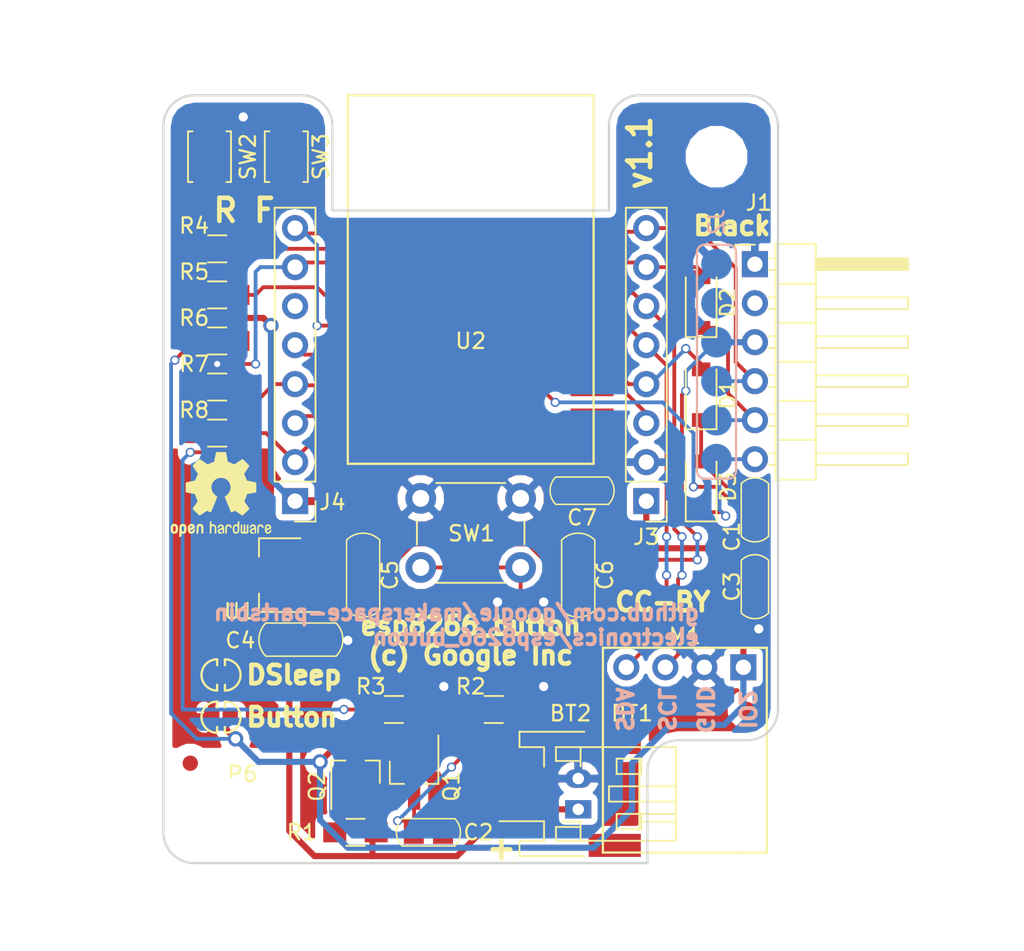
<source format=kicad_pcb>
(kicad_pcb (version 4) (host pcbnew 4.0.6-e0-6349~53~ubuntu14.04.1)
  (layers (0 F.Cu signal) (31 B.Cu signal) (34 B.Paste user) (35 F.Paste user) (36 B.SilkS user hide) (37 F.SilkS user) (38 B.Mask user) (39 F.Mask user) (44 Edge.Cuts user))
  (net 0 "")
  (net 1 GND)
  (net 2 BATTMON)
  (net 3 +3V3)
  (net 4 GPIO0)
  (net 5 CH_PD)
  (net 6 /Vbat)
  (net 7 ~POWERON)
  (net 8 "Net-(Q1-Pad1)")
  (net 9 /GPIO2)
  (net 10 /GPIO4)
  (net 11 /GPIO5)
  (net 12 /GPIO15)
  (net 13 /GPIO13)
  (net 14 GPIO12)
  (net 15 /GPIO14)
  (net 16 /ADC)
  (net 17 PWRIN)
  (net 18 RXD)
  (net 19 TXD)
  (net 20 /RESET)
  (net 21 "Net-(C1-Pad1)")
  (net 22 "Net-(D2-Pad1)")
  (net 23 "Net-(D3-Pad1)")
  (module Diodes_SMD:D_SOD-123 (layer F.Cu) (at 169.305 97.59 90)
    (fp_text reference D1 (at 0 1.75 90) (layer F.SilkS))
    (fp_text value B5819W)
    (pad 1 smd rect (at -1.65 0 90) (size 0.9 1.2) (layers F.Cu F.Paste F.Mask) (net 21 "Net-(C1-Pad1)"))
    (pad 2 smd rect (at 1.65 0 90) (size 0.9 1.2) (layers F.Cu F.Paste F.Mask) (net 4 GPIO0))
  )
  (module Pin_Headers:Pin_Header_Angled_1x06_Pitch2.54mm (layer F.Cu) (at 172.805 89.09)
    (fp_text reference J1 (at 0.25 -4) (layer F.SilkS))
    (fp_text value CONN_01X06)
    (pad 1 thru_hole rect (at 0 0) (size 1.7 1.7) (drill 1) (layers *.Cu *.Mask) (net 1 GND))
    (pad 2 thru_hole oval (at 0 2.54) (size 1.7 1.7) (drill 1) (layers *.Cu *.Mask))
    (pad 3 thru_hole oval (at 0 5.08) (size 1.7 1.7) (drill 1) (layers *.Cu *.Mask) (net 17 PWRIN))
    (pad 4 thru_hole oval (at 0 7.62) (size 1.7 1.7) (drill 1) (layers *.Cu *.Mask) (net 19 TXD))
    (pad 5 thru_hole oval (at 0 10.16) (size 1.7 1.7) (drill 1) (layers *.Cu *.Mask) (net 22 "Net-(D2-Pad1)"))
    (pad 6 thru_hole oval (at 0 12.7) (size 1.7 1.7) (drill 1) (layers *.Cu *.Mask) (net 23 "Net-(D3-Pad1)"))
  )
  (module Breakout_Modules:BMxx80 (layer F.Cu) (at 172.055 115.34)
    (fp_text reference M1 (at -3.81 -2.032) (layer F.SilkS))
    (fp_text value BMP180_Breakout)
    (pad 1 thru_hole rect (at 0 0) (size 1.7 1.7) (drill 1) (layers *.Cu *.Mask) (net 2 BATTMON))
    (pad 2 thru_hole circle (at -2.54 0) (size 1.7 1.7) (drill 1) (layers *.Cu *.Mask) (net 1 GND))
    (pad 3 thru_hole circle (at -5.08 0) (size 1.7 1.7) (drill 1) (layers *.Cu *.Mask) (net 11 /GPIO5))
    (pad 4 thru_hole circle (at -7.62 0) (size 1.7 1.7) (drill 1) (layers *.Cu *.Mask) (net 10 /GPIO4))
  )
  (module ESP8266:ESP-12E (layer F.Cu) (at 154.305 94.09)
    (fp_text reference U2 (at 0 0) (layer F.SilkS))
    (fp_text value ESP-12)
    (pad 1 smd rect (at -7.9 -7) (size 2.8 1.2) (layers F.Cu F.Paste F.Mask) (net 20 /RESET))
    (pad 2 smd rect (at -7.9 -5) (size 2.8 1.2) (layers F.Cu F.Paste F.Mask) (net 16 /ADC))
    (pad 3 smd rect (at -7.9 -3) (size 2.8 1.2) (layers F.Cu F.Paste F.Mask) (net 5 CH_PD))
    (pad 4 smd rect (at -7.9 -1) (size 2.8 1.2) (layers F.Cu F.Paste F.Mask) (net 20 /RESET))
    (pad 5 smd rect (at -7.9 1) (size 2.8 1.2) (layers F.Cu F.Paste F.Mask) (net 15 /GPIO14))
    (pad 6 smd rect (at -7.9 3) (size 2.8 1.2) (layers F.Cu F.Paste F.Mask) (net 14 GPIO12))
    (pad 7 smd rect (at -7.9 5) (size 2.8 1.2) (layers F.Cu F.Paste F.Mask) (net 13 /GPIO13))
    (pad 8 smd rect (at -7.9 7) (size 2.8 1.2) (layers F.Cu F.Paste F.Mask) (net 3 +3V3))
    (pad 9 smd rect (at 7.9 7) (size 2.8 1.2) (layers F.Cu F.Paste F.Mask) (net 1 GND))
    (pad 10 smd rect (at 7.9 5) (size 2.8 1.2) (layers F.Cu F.Paste F.Mask) (net 12 /GPIO15))
    (pad 11 smd rect (at 7.9 3) (size 2.8 1.2) (layers F.Cu F.Paste F.Mask) (net 9 /GPIO2))
    (pad 12 smd rect (at 7.9 1) (size 2.8 1.2) (layers F.Cu F.Paste F.Mask) (net 4 GPIO0))
    (pad 13 smd rect (at 7.9 -1) (size 2.8 1.2) (layers F.Cu F.Paste F.Mask) (net 10 /GPIO4))
    (pad 14 smd rect (at 7.9 -3) (size 2.8 1.2) (layers F.Cu F.Paste F.Mask) (net 11 /GPIO5))
    (pad 15 smd rect (at 7.9 -5) (size 2.8 1.2) (layers F.Cu F.Paste F.Mask) (net 18 RXD))
    (pad 16 smd rect (at 7.9 -7) (size 2.8 1.2) (layers F.Cu F.Paste F.Mask) (net 19 TXD))
  )
  (module Pin_Headers:Pin_Header_Straight_1x08_Pitch2.54mm (layer F.Cu) (at 165.735 104.521 180)
    (fp_text reference J3 (at 0 -2.33 180) (layer F.SilkS))
    (fp_text value CONN_01X08 hide)
    (pad 1 thru_hole rect (at 0 0 180) (size 1.7 1.7) (drill 1) (layers *.Cu *.Mask) (net 2 BATTMON))
    (pad 2 thru_hole oval (at 0 2.54 180) (size 1.7 1.7) (drill 1) (layers *.Cu *.Mask) (net 1 GND))
    (pad 3 thru_hole oval (at 0 5.08 180) (size 1.7 1.7) (drill 1) (layers *.Cu *.Mask) (net 9 /GPIO2))
    (pad 4 thru_hole oval (at 0 7.62 180) (size 1.7 1.7) (drill 1) (layers *.Cu *.Mask) (net 4 GPIO0))
    (pad 5 thru_hole oval (at 0 10.16 180) (size 1.7 1.7) (drill 1) (layers *.Cu *.Mask) (net 10 /GPIO4))
    (pad 6 thru_hole oval (at 0 12.7 180) (size 1.7 1.7) (drill 1) (layers *.Cu *.Mask) (net 11 /GPIO5))
    (pad 7 thru_hole oval (at 0 15.24 180) (size 1.7 1.7) (drill 1) (layers *.Cu *.Mask) (net 18 RXD))
    (pad 8 thru_hole oval (at 0 17.78 180) (size 1.7 1.7) (drill 1) (layers *.Cu *.Mask) (net 19 TXD))
  )
  (module TO_SOT_Packages_SMD:SOT-23_Handsoldering (layer F.Cu) (at 146.812 122.174 90)
    (fp_text reference Q2 (at -0.916 -2.507 90) (layer F.SilkS))
    (fp_text value Q_PMOS_GSD)
    (pad 1 smd rect (at -1.5 -0.95 90) (size 1.9 0.8) (layers F.Cu F.Paste F.Mask) (net 7 ~POWERON))
    (pad 2 smd rect (at -1.5 0.95 90) (size 1.9 0.8) (layers F.Cu F.Paste F.Mask) (net 6 /Vbat))
    (pad 3 smd rect (at 1.5 0 90) (size 1.9 0.8) (layers F.Cu F.Paste F.Mask) (net 2 BATTMON))
  )
  (module TO_SOT_Packages_SMD:SOT-23_Handsoldering (layer F.Cu) (at 150.622 122.174 270)
    (fp_text reference Q1 (at 0.916 -2.433 270) (layer F.SilkS))
    (fp_text value Q_NMOS_GSD)
    (pad 1 smd rect (at -1.5 -0.95 270) (size 1.9 0.8) (layers F.Cu F.Paste F.Mask) (net 8 "Net-(Q1-Pad1)"))
    (pad 2 smd rect (at -1.5 0.95 270) (size 1.9 0.8) (layers F.Cu F.Paste F.Mask) (net 1 GND))
    (pad 3 smd rect (at 1.5 0 270) (size 1.9 0.8) (layers F.Cu F.Paste F.Mask) (net 7 ~POWERON))
  )
  (module TO_SOT_Packages_SMD:SOT-89-3_Handsoldering (layer F.Cu) (at 142.305 109.34 180)
    (fp_text reference U1 (at 3.058 -2.362 180) (layer F.SilkS))
    (fp_text value MCP1703A-3302/MB)
    (pad 1 smd rect (at -1.98 -1.5 90) (size 1 2.5) (layers F.Cu F.Paste F.Mask) (net 1 GND))
    (pad 2 smd rect (at -1.98 0 90) (size 1 2.5) (layers F.Cu F.Paste F.Mask) (net 17 PWRIN))
    (pad 3 smd rect (at -1.98 1.5 90) (size 1 2.5) (layers F.Cu F.Paste F.Mask) (net 3 +3V3))
    (pad 2 smd rect (at 1.98 0 90) (size 2 4) (layers F.Cu F.Paste F.Mask) (net 17 PWRIN))
    (pad 2 smd trapezoid (at -0.37 0 270) (size 1.5 0.75) (rect_delta 0 0.5) (layers F.Cu F.Paste F.Mask) (net 17 PWRIN))
  )
  (module Connectors_JST:JST_PH_S2B-PH-SM4-TB_02x2.00mm_Angled (layer F.Cu) (at 160.805 123.59 90)
    (fp_text reference BT2 (at 5.25 0 180) (layer F.SilkS))
    (fp_text value Battery_Cell)
    (pad 1 smd rect (at -1 -2.875 90) (size 1 3.5) (layers F.Cu F.Paste F.Mask) (net 6 /Vbat))
    (pad 2 smd rect (at 1 -2.875 90) (size 1 3.5) (layers F.Cu F.Paste F.Mask) (net 1 GND))
    (pad "" smd rect (at -3.35 2.875 90) (size 1.5 3.4) (layers F.Cu F.Paste F.Mask))
    (pad "" smd rect (at 3.35 2.875 90) (size 1.5 3.4) (layers F.Cu F.Paste F.Mask))
  )
  (module Buttons_Switches_THT:SW_PUSH_6mm (layer F.Cu) (at 151.055 104.34)
    (fp_text reference SW1 (at 3.302 2.286) (layer F.SilkS))
    (fp_text value SW_Push hide)
    (pad 2 thru_hole circle (at 0 4.5 90) (size 2 2) (drill 1.1) (layers *.Cu *.Mask) (net 7 ~POWERON))
    (pad 1 thru_hole circle (at 0 0 90) (size 2 2) (drill 1.1) (layers *.Cu *.Mask) (net 1 GND))
    (pad 2 thru_hole circle (at 6.5 4.5 90) (size 2 2) (drill 1.1) (layers *.Cu *.Mask) (net 7 ~POWERON))
    (pad 1 thru_hole circle (at 6.5 0 90) (size 2 2) (drill 1.1) (layers *.Cu *.Mask) (net 1 GND))
  )
  (module Symbols:OSHW-Logo2_7.3x6mm_SilkScreen (layer F.Cu) (at 138.055 104.09)
    (fp_text reference P1 hide)
    (fp_text value OSHW hide)
  )
  (module SolderJumpers:SJ_1_NO (layer F.Cu) (at 138.055 115.84 180)
    (fp_text reference JP1 hide)
    (fp_text value "Always On")
    (pad 1 smd rect (at -0.6 0 180) (size 1 1) (layers F.Cu F.Mask) (net 6 /Vbat))
    (pad 2 smd rect (at 0.6 0 180) (size 1 1) (layers F.Cu F.Mask) (net 17 PWRIN))
  )
  (module Pin_Headers:Pin_Header_Straight_1x08_Pitch2.54mm (layer F.Cu) (at 142.875 104.521 180)
    (fp_text reference J4 (at -2.43 -0.069 180) (layer F.SilkS))
    (fp_text value CONN_01X08 hide)
    (pad 1 thru_hole rect (at 0 0 180) (size 1.7 1.7) (drill 1) (layers *.Cu *.Mask) (net 3 +3V3))
    (pad 2 thru_hole oval (at 0 2.54 180) (size 1.7 1.7) (drill 1) (layers *.Cu *.Mask) (net 12 /GPIO15))
    (pad 3 thru_hole oval (at 0 5.08 180) (size 1.7 1.7) (drill 1) (layers *.Cu *.Mask) (net 13 /GPIO13))
    (pad 4 thru_hole oval (at 0 7.62 180) (size 1.7 1.7) (drill 1) (layers *.Cu *.Mask) (net 14 GPIO12))
    (pad 5 thru_hole oval (at 0 10.16 180) (size 1.7 1.7) (drill 1) (layers *.Cu *.Mask) (net 15 /GPIO14))
    (pad 6 thru_hole oval (at 0 12.7 180) (size 1.7 1.7) (drill 1) (layers *.Cu *.Mask))
    (pad 7 thru_hole oval (at 0 15.24 180) (size 1.7 1.7) (drill 1) (layers *.Cu *.Mask) (net 16 /ADC))
    (pad 8 thru_hole oval (at 0 17.78 180) (size 1.7 1.7) (drill 1) (layers *.Cu *.Mask) (net 20 /RESET))
  )
  (module Diodes_SMD:D_SOD-123 (layer F.Cu) (at 169.305 91.59 90)
    (fp_text reference D2 (at 0 1.75 90) (layer F.SilkS))
    (fp_text value B5819W)
    (pad 1 smd rect (at -1.65 0 90) (size 0.9 1.2) (layers F.Cu F.Paste F.Mask) (net 22 "Net-(D2-Pad1)"))
    (pad 2 smd rect (at 1.65 0 90) (size 0.9 1.2) (layers F.Cu F.Paste F.Mask) (net 18 RXD))
  )
  (module Diodes_SMD:D_SOD-123 (layer F.Cu) (at 169.305 103.59 90)
    (fp_text reference D3 (at 0 1.75 90) (layer F.SilkS))
    (fp_text value B5819W)
    (pad 1 smd rect (at -1.65 0 90) (size 0.9 1.2) (layers F.Cu F.Paste F.Mask) (net 23 "Net-(D3-Pad1)"))
    (pad 2 smd rect (at 1.65 0 90) (size 0.9 1.2) (layers F.Cu F.Paste F.Mask) (net 21 "Net-(C1-Pad1)"))
  )
  (module SolderJumpers:SJ_1_NO (layer F.Cu) (at 138.055 118.59 180)
    (fp_text reference JP2 hide)
    (fp_text value "MOS Control")
    (pad 1 smd rect (at -0.6 0 180) (size 1 1) (layers F.Cu F.Mask) (net 2 BATTMON))
    (pad 2 smd rect (at 0.6 0 180) (size 1 1) (layers F.Cu F.Mask) (net 17 PWRIN))
  )
  (module Mounting_Holes:MountingHole_3.2mm_M3 (layer F.Cu) (at 138.305 124.09)
    (fp_text reference P2 hide)
    (fp_text value "M3 Hole")
    (pad 1 np_thru_hole circle (at 0 0) (size 3.2 3.2) (drill 3.2) (layers *.Cu *.Mask))
  )
  (module Mounting_Holes:MountingHole_3.2mm_M3 (layer F.Cu) (at 170.305 82.09)
    (fp_text reference P3 hide)
    (fp_text value "M3 Hole")
    (pad 1 np_thru_hole circle (at 0 0) (size 3.2 3.2) (drill 3.2) (layers *.Cu *.Mask))
  )
  (module Buttons_Switches_SMD:SW_SPST_B3U-1000P (layer F.Cu) (at 142.305 82.09 270)
    (fp_text reference SW3 (at 0 -2.25 270) (layer F.SilkS))
    (fp_text value SW_Push)
    (pad 1 smd rect (at -1.7 0 270) (size 0.9 1.7) (layers F.Cu F.Paste F.Mask) (net 1 GND))
    (pad 2 smd rect (at 1.7 0 270) (size 0.9 1.7) (layers F.Cu F.Paste F.Mask) (net 4 GPIO0))
  )
  (module Buttons_Switches_SMD:SW_SPST_B3U-1000P (layer F.Cu) (at 137.305 82.09 270)
    (fp_text reference SW2 (at 0 -2.5 270) (layer F.SilkS))
    (fp_text value SW_Push)
    (pad 1 smd rect (at -1.7 0 270) (size 0.9 1.7) (layers F.Cu F.Paste F.Mask) (net 1 GND))
    (pad 2 smd rect (at 1.7 0 270) (size 0.9 1.7) (layers F.Cu F.Paste F.Mask) (net 5 CH_PD))
  )
  (module Connectors_JST:JST_PH_S2B-PH-K_02x2.00mm_Angled (layer F.Cu) (at 161.305 124.59 90)
    (fp_text reference BT1 (at 6.25 3.5 180) (layer F.SilkS))
    (fp_text value Battery_Cell)
    (pad 1 thru_hole rect (at 0 0 90) (size 1.2 1.7) (drill 0.75) (layers *.Cu *.Mask) (net 6 /Vbat))
    (pad 2 thru_hole oval (at 2 0 90) (size 1.2 1.7) (drill 0.75) (layers *.Cu *.Mask) (net 1 GND))
  )
  (module Resistors_SMD:R_0805_HandSoldering (layer F.Cu) (at 146.805 126.09 180)
    (fp_text reference R1 (at 3.5 0 180) (layer F.SilkS))
    (fp_text value 100k)
    (pad 1 smd rect (at -1.35 0 180) (size 1.5 1.3) (layers F.Cu F.Paste F.Mask) (net 6 /Vbat))
    (pad 2 smd rect (at 1.35 0 180) (size 1.5 1.3) (layers F.Cu F.Paste F.Mask) (net 7 ~POWERON))
  )
  (module Resistors_SMD:R_0805_HandSoldering (layer F.Cu) (at 155.805 118.09)
    (fp_text reference R2 (at -1.5 -1.5) (layer F.SilkS))
    (fp_text value 220k)
    (pad 1 smd rect (at -1.35 0) (size 1.5 1.3) (layers F.Cu F.Paste F.Mask) (net 8 "Net-(Q1-Pad1)"))
    (pad 2 smd rect (at 1.35 0) (size 1.5 1.3) (layers F.Cu F.Paste F.Mask) (net 1 GND))
  )
  (module Resistors_SMD:R_0805_HandSoldering (layer F.Cu) (at 137.805 91.09 180)
    (fp_text reference R5 (at 1.5 1.5 180) (layer F.SilkS))
    (fp_text value 10k)
    (pad 1 smd rect (at -1.35 0 180) (size 1.5 1.3) (layers F.Cu F.Paste F.Mask) (net 5 CH_PD))
    (pad 2 smd rect (at 1.35 0 180) (size 1.5 1.3) (layers F.Cu F.Paste F.Mask) (net 3 +3V3))
  )
  (module Resistors_SMD:R_0805_HandSoldering (layer F.Cu) (at 137.805 88.09 180)
    (fp_text reference R4 (at 1.5 1.5 180) (layer F.SilkS))
    (fp_text value 10k)
    (pad 1 smd rect (at -1.35 0 180) (size 1.5 1.3) (layers F.Cu F.Paste F.Mask) (net 4 GPIO0))
    (pad 2 smd rect (at 1.35 0 180) (size 1.5 1.3) (layers F.Cu F.Paste F.Mask) (net 3 +3V3))
  )
  (module Resistors_SMD:R_0805_HandSoldering (layer F.Cu) (at 137.805 100.09)
    (fp_text reference R8 (at -1.5 -1.5) (layer F.SilkS))
    (fp_text value 10k)
    (pad 1 smd rect (at -1.35 0) (size 1.5 1.3) (layers F.Cu F.Paste F.Mask) (net 1 GND))
    (pad 2 smd rect (at 1.35 0) (size 1.5 1.3) (layers F.Cu F.Paste F.Mask) (net 12 /GPIO15))
  )
  (module Resistors_SMD:R_0805_HandSoldering (layer F.Cu) (at 149.305 118.09)
    (fp_text reference R3 (at -1.5 -1.5) (layer F.SilkS))
    (fp_text value 10k)
    (pad 1 smd rect (at -1.35 0) (size 1.5 1.3) (layers F.Cu F.Paste F.Mask) (net 14 GPIO12))
    (pad 2 smd rect (at 1.35 0) (size 1.5 1.3) (layers F.Cu F.Paste F.Mask) (net 8 "Net-(Q1-Pad1)"))
  )
  (module Resistors_SMD:R_0805_HandSoldering (layer F.Cu) (at 137.805 94.09)
    (fp_text reference R6 (at -1.5 -1.5) (layer F.SilkS))
    (fp_text value 320k)
    (pad 1 smd rect (at -1.35 0) (size 1.5 1.3) (layers F.Cu F.Paste F.Mask) (net 2 BATTMON))
    (pad 2 smd rect (at 1.35 0) (size 1.5 1.3) (layers F.Cu F.Paste F.Mask) (net 16 /ADC))
  )
  (module Resistors_SMD:R_0805_HandSoldering (layer F.Cu) (at 137.805 97.09 180)
    (fp_text reference R7 (at 1.5 1.5 180) (layer F.SilkS))
    (fp_text value 100k)
    (pad 1 smd rect (at -1.35 0 180) (size 1.5 1.3) (layers F.Cu F.Paste F.Mask) (net 16 /ADC))
    (pad 2 smd rect (at 1.35 0 180) (size 1.5 1.3) (layers F.Cu F.Paste F.Mask) (net 1 GND))
  )
  (module Pogo_Pads:Pogo_6 (layer B.Cu) (at 170.305 89.09 270)
    (fp_text reference J2 (at -2.75 0 270) (layer B.SilkS) (effects (justify mirror)))
    (fp_text value CONN_01X06)
    (pad 1 smd circle (at 0 0 270) (size 2 2) (layers B.Cu B.Paste B.Mask) (net 1 GND))
    (pad 2 smd circle (at 2.54 0 270) (size 2 2) (layers B.Cu B.Paste B.Mask))
    (pad 3 smd circle (at 5.08 0 270) (size 2 2) (layers B.Cu B.Paste B.Mask) (net 17 PWRIN))
    (pad 4 smd circle (at 7.62 0 270) (size 2 2) (layers B.Cu B.Paste B.Mask) (net 19 TXD))
    (pad 5 smd circle (at 10.16 0 270) (size 2 2) (layers B.Cu B.Paste B.Mask) (net 22 "Net-(D2-Pad1)"))
    (pad 6 smd circle (at 12.7 0 270) (size 2 2) (layers B.Cu B.Paste B.Mask) (net 23 "Net-(D3-Pad1)"))
  )
  (module Capacitors_SMD_Round:C_0805 (layer F.Cu) (at 151.555 126.09)
    (fp_text reference C2 (at 3.25 0) (layer F.SilkS))
    (fp_text value 220p)
    (pad 1 smd rect (at -0.95 0) (size 1.3 1.5) (layers F.Cu F.Paste F.Mask) (net 7 ~POWERON))
    (pad 2 smd rect (at 0.95 0) (size 1.3 1.5) (layers F.Cu F.Paste F.Mask) (net 1 GND))
  )
  (module Capacitors_SMD_Round:C_0805 (layer F.Cu) (at 172.805 105.09 270)
    (fp_text reference C1 (at 1.75 1.5 270) (layer F.SilkS))
    (fp_text value 220p)
    (pad 1 smd rect (at -0.95 0 270) (size 1.3 1.5) (layers F.Cu F.Paste F.Mask) (net 21 "Net-(C1-Pad1)"))
    (pad 2 smd rect (at 0.95 0 270) (size 1.3 1.5) (layers F.Cu F.Paste F.Mask) (net 5 CH_PD))
  )
  (module Capacitors_SMD_Round:C_0805 (layer F.Cu) (at 172.805 110.09 90)
    (fp_text reference C3 (at 0 -1.5 90) (layer F.SilkS))
    (fp_text value 220p)
    (pad 1 smd rect (at -0.95 0 90) (size 1.3 1.5) (layers F.Cu F.Paste F.Mask) (net 1 GND))
    (pad 2 smd rect (at 0.95 0 90) (size 1.3 1.5) (layers F.Cu F.Paste F.Mask) (net 5 CH_PD))
  )
  (module Capacitors_SMD_Round:C_0805 (layer F.Cu) (at 161.555 103.84)
    (fp_text reference C7 (at 0 1.75) (layer F.SilkS))
    (fp_text value 220p)
    (pad 1 smd rect (at -0.95 0) (size 1.3 1.5) (layers F.Cu F.Paste F.Mask) (net 3 +3V3))
    (pad 2 smd rect (at 0.95 0) (size 1.3 1.5) (layers F.Cu F.Paste F.Mask) (net 1 GND))
  )
  (module Capacitors_SMD_Round:C_1206 (layer F.Cu) (at 161.305 109.34 270)
    (fp_text reference C6 (at 0 -1.75 270) (layer F.SilkS))
    (fp_text value 10u)
    (pad 1 smd rect (at -1.4 0 270) (size 1.6 1.8) (layers F.Cu F.Paste F.Mask) (net 3 +3V3))
    (pad 2 smd rect (at 1.4 0 270) (size 1.6 1.8) (layers F.Cu F.Paste F.Mask) (net 1 GND))
  )
  (module Capacitors_SMD_Round:C_1206 (layer F.Cu) (at 147.305 109.34 270)
    (fp_text reference C5 (at 0 -1.75 270) (layer F.SilkS))
    (fp_text value 10u)
    (pad 1 smd rect (at -1.4 0 270) (size 1.6 1.8) (layers F.Cu F.Paste F.Mask) (net 3 +3V3))
    (pad 2 smd rect (at 1.4 0 270) (size 1.6 1.8) (layers F.Cu F.Paste F.Mask) (net 1 GND))
  )
  (module Capacitors_SMD_Round:C_1206 (layer F.Cu) (at 143.256 113.538)
    (fp_text reference C4 (at -3.951 0.052) (layer F.SilkS))
    (fp_text value 10u)
    (pad 1 smd rect (at -1.4 0) (size 1.6 1.8) (layers F.Cu F.Paste F.Mask) (net 17 PWRIN))
    (pad 2 smd rect (at 1.4 0) (size 1.6 1.8) (layers F.Cu F.Paste F.Mask) (net 1 GND))
  )
  (module Fiducials:Fiducial_1mm_Dia_2.54mm_Outer_CopperTop (layer F.Cu) (at 154.305 87.34)
    (fp_text reference P4 hide)
    (fp_text value Fid)
    (pad ~ smd circle (at 0 0) (size 1 1) (layers F.Cu F.Mask) (clearance 0.77))
  )
  (module Fiducials:Fiducial_1mm_Dia_2.54mm_Outer_CopperTop (layer F.Cu) (at 172.305 118.09)
    (fp_text reference P5 hide)
    (fp_text value Fid)
    (pad ~ smd circle (at 0 0) (size 1 1) (layers F.Cu F.Mask) (clearance 0.77))
  )
  (module Fiducials:Fiducial_1mm_Dia_2.54mm_Outer_CopperTop (layer F.Cu) (at 136.055 121.59)
    (fp_text reference P6 (at 3.4 0.7) (layer F.SilkS))
    (fp_text value Fid)
    (pad ~ smd circle (at 0 0) (size 1 1) (layers F.Cu F.Mask) (clearance 0.77))
  )
  (gr_text + (at 156.305 127.09) (layer F.SilkS) (effects (font (size 1.5 1.5) (thickness 0.3))))
  (gr_text Black (at 171.305 86.59) (layer F.SilkS) (effects (font (size 1.2 1.2) (thickness 0.3))))
  (gr_text CC-BY (at 166.805 111.09) (layer F.SilkS) (effects (font (size 1.2 1.2) (thickness 0.3))))
  (gr_text v1.1 (at 165.305 81.84 90) (layer F.SilkS) (effects (font (size 1.5 1.5) (thickness 0.3))))
  (gr_line (start 165.805 128.09) (end 163.305 128.09) (angle 90) (layer Edge.Cuts) (width 0.15))
  (gr_line (start 165.805 122.09) (end 165.805 128.09) (angle 90) (layer Edge.Cuts) (width 0.15))
  (gr_line (start 167.805 120.09) (end 172.305 120.09) (angle 90) (layer Edge.Cuts) (width 0.15))
  (gr_arc (start 167.805 122.09) (end 165.805 122.09) (angle 90) (layer Edge.Cuts) (width 0.15))
  (gr_text DSleep (at 139.555 115.84) (layer F.SilkS) (effects (font (size 1.2 1.2) (thickness 0.3)) (justify left)))
  (gr_text Button (at 139.555 118.59) (layer F.SilkS) (effects (font (size 1.2 1.2) (thickness 0.3)) (justify left)))
  (gr_text SDA (at 164.305 118.09 270) (layer B.SilkS) (effects (font (size 1 1) (thickness 0.25)) (justify mirror)))
  (gr_text SCL (at 167.055 118.09 270) (layer B.SilkS) (effects (font (size 1 1) (thickness 0.25)) (justify mirror)))
  (gr_text GND (at 169.555 118.09 270) (layer B.SilkS) (effects (font (size 1 1) (thickness 0.25)) (justify mirror)))
  (gr_text IO2 (at 172.305 118.09 270) (layer B.SilkS) (effects (font (size 1 1) (thickness 0.25)) (justify mirror)))
  (gr_line (start 174.305 118.09) (end 174.305 80.09) (angle 90) (layer Edge.Cuts) (width 0.15))
  (gr_line (start 136.305 128.09) (end 163.305 128.09) (angle 90) (layer Edge.Cuts) (width 0.15))
  (gr_line (start 134.305 80.09) (end 134.305 126.09) (angle 90) (layer Edge.Cuts) (width 0.15))
  (gr_line (start 143.305 78.09) (end 136.305 78.09) (angle 90) (layer Edge.Cuts) (width 0.15))
  (gr_line (start 172.305 78.09) (end 165.305 78.09) (angle 90) (layer Edge.Cuts) (width 0.15))
  (gr_line (start 145.305 85.59) (end 145.305 80.09) (angle 90) (layer Edge.Cuts) (width 0.15))
  (gr_line (start 163.305 85.59) (end 145.305 85.59) (angle 90) (layer Edge.Cuts) (width 0.15))
  (gr_line (start 163.305 80.09) (end 163.305 85.59) (angle 90) (layer Edge.Cuts) (width 0.15))
  (gr_arc (start 165.305 80.09) (end 163.305 80.09) (angle 90) (layer Edge.Cuts) (width 0.15))
  (gr_arc (start 143.305 80.09) (end 143.305 78.09) (angle 90) (layer Edge.Cuts) (width 0.15))
  (gr_arc (start 172.305 118.09) (end 174.305 118.09) (angle 90) (layer Edge.Cuts) (width 0.15))
  (gr_arc (start 136.305 126.09) (end 136.305 128.09) (angle 90) (layer Edge.Cuts) (width 0.15))
  (gr_arc (start 136.305 80.09) (end 134.305 80.09) (angle 90) (layer Edge.Cuts) (width 0.15))
  (gr_arc (start 172.305 80.09) (end 172.305 78.09) (angle 90) (layer Edge.Cuts) (width 0.15))
  (gr_text "github.com/google/makerspace-partsbin\nelectronics/esp8266_button" (at 169.305 112.59) (layer B.SilkS) (effects (font (size 1 1) (thickness 0.25)) (justify left mirror)))
  (gr_text "esp8266_button\n(c) Google Inc" (at 154.305 113.59) (layer F.SilkS) (effects (font (size 1.2 1.2) (thickness 0.3))))
  (gr_text "R F" (at 139.555 85.59) (layer F.SilkS) (effects (font (size 1.5 1.5) (thickness 0.3))))
  (segment (start 144.285 110.84) (end 144.555 110.84) (width 0.4) (layer F.Cu) (net 1))
  (segment (start 144.555 110.84) (end 146.305 112.59) (width 0.4) (layer F.Cu) (net 1))
  (segment (start 146.305 112.59) (end 146.305 113.59) (width 0.4) (layer F.Cu) (net 1))
  (segment (start 161.305 110.49) (end 159.655 110.49) (width 0.4) (layer F.Cu) (net 1))
  (segment (start 159.655 110.49) (end 159.055 111.09) (width 0.4) (layer F.Cu) (net 1))
  (segment (start 136.455 97.09) (end 136.455 96.94) (width 0.25) (layer F.Cu) (net 1))
  (segment (start 136.455 96.94) (end 137.805 95.59) (width 0.25) (layer F.Cu) (net 1))
  (via (at 137.805 95.59) (size 0.6) (drill 0.4) (layers F.Cu B.Cu) (net 1))
  (segment (start 136.455 96.84) (end 136.455 100.09) (width 0.25) (layer F.Cu) (net 1))
  (segment (start 146.305 113.59) (end 149.555 113.59) (width 0.4) (layer F.Cu) (net 1))
  (segment (start 146.253 113.538) (end 146.305 113.59) (width 0.4) (layer F.Cu) (net 1))
  (via (at 146.305 113.59) (size 1) (drill 0.6) (layers F.Cu B.Cu) (net 1))
  (segment (start 144.756 113.538) (end 146.253 113.538) (width 0.4) (layer F.Cu) (net 1))
  (segment (start 159.055 116.59) (end 159.805 116.59) (width 0.4) (layer F.Cu) (net 1))
  (via (at 159.055 116.59) (size 1) (drill 0.6) (layers F.Cu B.Cu) (net 1))
  (segment (start 152.555 116.59) (end 159.055 116.59) (width 0.4) (layer B.Cu) (net 1))
  (via (at 152.555 116.59) (size 1) (drill 0.6) (layers F.Cu B.Cu) (net 1))
  (segment (start 149.555 113.59) (end 152.555 116.59) (width 0.4) (layer F.Cu) (net 1))
  (segment (start 156.055 111.09) (end 155.305 111.09) (width 0.4) (layer F.Cu) (net 1))
  (via (at 156.055 111.09) (size 1) (drill 0.6) (layers F.Cu B.Cu) (net 1))
  (segment (start 159.055 111.09) (end 156.055 111.09) (width 0.4) (layer B.Cu) (net 1))
  (via (at 159.055 111.09) (size 1) (drill 0.6) (layers F.Cu B.Cu) (net 1))
  (segment (start 162.555 103.84) (end 162.555 101.44) (width 0.4) (layer F.Cu) (net 1))
  (segment (start 162.555 101.44) (end 162.205 101.09) (width 0.4) (layer F.Cu) (net 1))
  (segment (start 172.805 111.09) (end 172.805 112.59) (width 0.4) (layer F.Cu) (net 1))
  (via (at 173.055 112.84) (size 1) (drill 0.6) (layers F.Cu B.Cu) (net 1))
  (segment (start 172.805 112.59) (end 173.055 112.84) (width 0.4) (layer F.Cu) (net 1))
  (segment (start 136.455 100.09) (end 136.455 99.69) (width 0.25) (layer F.Cu) (net 1))
  (segment (start 152.25 126) (end 152.25 122.825) (width 0.25) (layer F.Cu) (net 1))
  (segment (start 152.305 122.84) (end 152.305 122.825) (width 0.25) (layer F.Cu) (net 1))
  (segment (start 152.265 122.84) (end 152.305 122.84) (width 0.25) (layer F.Cu) (net 1))
  (segment (start 152.25 122.825) (end 152.265 122.84) (width 0.25) (layer F.Cu) (net 1))
  (segment (start 157.93 122.59) (end 157.93 118.865) (width 0.25) (layer F.Cu) (net 1))
  (segment (start 157.93 118.865) (end 157.155 118.09) (width 0.25) (layer F.Cu) (net 1))
  (segment (start 157.155 118.09) (end 157.155 118.435) (width 0.25) (layer F.Cu) (net 1))
  (segment (start 157.93 122.59) (end 161.305 122.59) (width 0.4) (layer F.Cu) (net 1))
  (segment (start 140 80.39) (end 140 80) (width 0.4) (layer F.Cu) (net 1))
  (via (at 139.5 79.5) (size 1) (drill 0.6) (layers F.Cu B.Cu) (net 1))
  (segment (start 140 80) (end 139.5 79.5) (width 0.4) (layer F.Cu) (net 1))
  (segment (start 137.305 80.39) (end 140 80.39) (width 0.4) (layer F.Cu) (net 1))
  (segment (start 140 80.39) (end 142.305 80.39) (width 0.4) (layer F.Cu) (net 1))
  (segment (start 158.305 122.84) (end 155.255 122.84) (width 0.4) (layer F.Cu) (net 1))
  (segment (start 155.255 122.84) (end 155.24 122.825) (width 0.4) (layer F.Cu) (net 1))
  (segment (start 144.756 113.538) (end 144.756 112.649) (width 0.25) (layer F.Cu) (net 1))
  (segment (start 144.756 112.649) (end 144.78 112.649) (width 0.25) (layer F.Cu) (net 1))
  (segment (start 162.205 100.98) (end 163.337 100.98) (width 0.4) (layer F.Cu) (net 1))
  (segment (start 163.337 100.98) (end 164.338 101.981) (width 0.4) (layer F.Cu) (net 1))
  (segment (start 164.338 101.981) (end 165.735 101.981) (width 0.4) (layer F.Cu) (net 1))
  (segment (start 149.672 120.674) (end 149.672 120.716) (width 0.4) (layer F.Cu) (net 1))
  (segment (start 149.672 120.716) (end 151.781 122.825) (width 0.4) (layer F.Cu) (net 1))
  (segment (start 151.781 122.825) (end 152.305 122.825) (width 0.4) (layer F.Cu) (net 1))
  (segment (start 152.305 122.825) (end 155.24 122.825) (width 0.4) (layer F.Cu) (net 1))
  (segment (start 144.093 111.228) (end 144.093 112.089) (width 0.4) (layer F.Cu) (net 1))
  (segment (start 144.653 112.649) (end 144.78 112.649) (width 0.4) (layer F.Cu) (net 1))
  (segment (start 144.093 112.089) (end 144.653 112.649) (width 0.4) (layer F.Cu) (net 1))
  (segment (start 149.672 120.674) (end 149.419 120.674) (width 0.4) (layer F.Cu) (net 1))
  (segment (start 139 120) (end 136.465 120) (width 0.25) (layer B.Cu) (net 2))
  (segment (start 135.055 95.34) (end 136.305 94.09) (width 0.25) (layer F.Cu) (net 2))
  (via (at 135.055 95.34) (size 0.6) (drill 0.4) (layers F.Cu B.Cu) (net 2))
  (segment (start 134.805 95.59) (end 135.055 95.34) (width 0.25) (layer B.Cu) (net 2))
  (segment (start 134.805 118.34) (end 134.805 95.59) (width 0.25) (layer B.Cu) (net 2))
  (segment (start 136.465 120) (end 134.805 118.34) (width 0.25) (layer B.Cu) (net 2))
  (segment (start 136.305 94.09) (end 136.455 94.09) (width 0.25) (layer F.Cu) (net 2))
  (segment (start 136.455 94.09) (end 136.455 94.24) (width 0.4) (layer F.Cu) (net 2))
  (segment (start 165.735 104.521) (end 165.735 107.02) (width 0.4) (layer F.Cu) (net 2))
  (segment (start 171.305 109.09) (end 171.305 112.29) (width 0.4) (layer F.Cu) (net 2))
  (segment (start 169.805 107.59) (end 171.305 109.09) (width 0.4) (layer F.Cu) (net 2))
  (segment (start 166.305 107.59) (end 169.805 107.59) (width 0.4) (layer F.Cu) (net 2))
  (segment (start 165.735 107.02) (end 166.305 107.59) (width 0.4) (layer F.Cu) (net 2))
  (segment (start 144.5 121.5) (end 144.5 125.285) (width 0.4) (layer B.Cu) (net 2))
  (segment (start 172.055 117.84) (end 172.055 115.34) (width 0.4) (layer B.Cu) (net 2))
  (segment (start 170.805 119.09) (end 172.055 117.84) (width 0.4) (layer B.Cu) (net 2))
  (segment (start 167.305 119.09) (end 170.805 119.09) (width 0.4) (layer B.Cu) (net 2))
  (segment (start 164.805 121.59) (end 167.305 119.09) (width 0.4) (layer B.Cu) (net 2))
  (segment (start 164.805 124.59) (end 164.805 121.59) (width 0.4) (layer B.Cu) (net 2))
  (segment (start 162.305 127.09) (end 164.805 124.59) (width 0.4) (layer B.Cu) (net 2))
  (segment (start 146.305 127.09) (end 162.305 127.09) (width 0.4) (layer B.Cu) (net 2))
  (segment (start 144.5 125.285) (end 146.305 127.09) (width 0.4) (layer B.Cu) (net 2))
  (segment (start 172.055 115.34) (end 172.055 113.04) (width 0.4) (layer F.Cu) (net 2))
  (segment (start 172.055 113.04) (end 171.305 112.29) (width 0.4) (layer F.Cu) (net 2))
  (segment (start 138.4 118.5) (end 138.4 119.4) (width 0.4) (layer F.Cu) (net 2))
  (segment (start 138.4 119.4) (end 139 120) (width 0.4) (layer F.Cu) (net 2))
  (segment (start 145.326 120.674) (end 146.812 120.674) (width 0.4) (layer F.Cu) (net 2))
  (segment (start 144.5 121.5) (end 145.326 120.674) (width 0.4) (layer F.Cu) (net 2))
  (via (at 144.5 121.5) (size 1) (drill 0.6) (layers F.Cu B.Cu) (net 2))
  (segment (start 140.5 121.5) (end 144.5 121.5) (width 0.4) (layer B.Cu) (net 2))
  (segment (start 139 120) (end 140.5 121.5) (width 0.4) (layer B.Cu) (net 2))
  (via (at 139 120) (size 1) (drill 0.6) (layers F.Cu B.Cu) (net 2))
  (segment (start 144.285 107.84) (end 146.955 107.84) (width 0.4) (layer F.Cu) (net 3))
  (segment (start 146.955 107.84) (end 147.305 108.19) (width 0.4) (layer F.Cu) (net 3))
  (segment (start 147.267 108.228) (end 147.305 108.19) (width 0.4) (layer F.Cu) (net 3))
  (segment (start 146.405 101.09) (end 146.405 103.095) (width 0.4) (layer F.Cu) (net 3))
  (segment (start 144.979 104.521) (end 142.875 104.521) (width 0.4) (layer F.Cu) (net 3))
  (segment (start 146.405 103.095) (end 144.979 104.521) (width 0.4) (layer F.Cu) (net 3))
  (segment (start 136.455 91.09) (end 136.455 91.74) (width 0.4) (layer F.Cu) (net 3))
  (segment (start 136.455 91.74) (end 137.305 92.59) (width 0.4) (layer F.Cu) (net 3))
  (segment (start 140.805 92.59) (end 141.305 93.09) (width 0.4) (layer F.Cu) (net 3))
  (segment (start 137.305 92.59) (end 140.805 92.59) (width 0.4) (layer F.Cu) (net 3))
  (segment (start 142.875 104.521) (end 142.736 104.521) (width 0.4) (layer B.Cu) (net 3))
  (segment (start 142.736 104.521) (end 141.305 103.09) (width 0.4) (layer B.Cu) (net 3))
  (via (at 141.305 93.09) (size 1) (drill 0.6) (layers F.Cu B.Cu) (net 3))
  (segment (start 141.305 103.09) (end 141.305 93.09) (width 0.4) (layer B.Cu) (net 3))
  (segment (start 136.305 91.24) (end 136.455 91.09) (width 0.4) (layer F.Cu) (net 3))
  (segment (start 136.455 88.09) (end 136.455 91.09) (width 0.4) (layer F.Cu) (net 3))
  (segment (start 142.875 104.521) (end 142.875 104.51) (width 0.4) (layer F.Cu) (net 3))
  (segment (start 148.305 88.09) (end 150.805 90.59) (width 0.25) (layer F.Cu) (net 4))
  (segment (start 157.555 90.59) (end 159.305 92.34) (width 0.25) (layer F.Cu) (net 4))
  (segment (start 150.805 90.59) (end 157.555 90.59) (width 0.25) (layer F.Cu) (net 4))
  (segment (start 169.305 95.94) (end 169.305 95.59) (width 0.25) (layer F.Cu) (net 4))
  (segment (start 169.305 95.59) (end 168.305 94.59) (width 0.25) (layer F.Cu) (net 4))
  (segment (start 168.305 94.59) (end 165.994 96.901) (width 0.25) (layer B.Cu) (net 4))
  (via (at 168.305 94.59) (size 0.6) (drill 0.4) (layers F.Cu B.Cu) (net 4))
  (segment (start 165.994 96.901) (end 165.735 96.901) (width 0.25) (layer B.Cu) (net 4))
  (segment (start 168.955 95.94) (end 169.305 95.94) (width 0.25) (layer F.Cu) (net 4))
  (segment (start 139.155 88.09) (end 148.305 88.09) (width 0.25) (layer F.Cu) (net 4))
  (segment (start 160.305 95.09) (end 162.205 95.09) (width 0.25) (layer F.Cu) (net 4))
  (segment (start 159.305 94.09) (end 160.305 95.09) (width 0.25) (layer F.Cu) (net 4))
  (segment (start 159.305 92.34) (end 159.305 94.09) (width 0.25) (layer F.Cu) (net 4))
  (segment (start 142.305 83.79) (end 142.105 83.79) (width 0.25) (layer F.Cu) (net 4))
  (segment (start 142.105 83.79) (end 139.155 86.74) (width 0.25) (layer F.Cu) (net 4))
  (segment (start 139.155 86.74) (end 139.155 88.09) (width 0.25) (layer F.Cu) (net 4))
  (segment (start 162.205 94.98) (end 162.671 94.98) (width 0.25) (layer F.Cu) (net 4))
  (segment (start 162.671 94.98) (end 164.592 96.901) (width 0.25) (layer F.Cu) (net 4))
  (segment (start 164.592 96.901) (end 165.735 96.901) (width 0.25) (layer F.Cu) (net 4))
  (segment (start 162.205 94.98) (end 162.798 94.98) (width 0.25) (layer F.Cu) (net 4))
  (segment (start 161.32 94.995) (end 162.178 94.995) (width 0.25) (layer F.Cu) (net 4))
  (segment (start 161.32 94.995) (end 161.035 94.995) (width 0.25) (layer F.Cu) (net 4))
  (segment (start 146.405 91.09) (end 157.305 91.09) (width 0.25) (layer F.Cu) (net 5))
  (segment (start 170.305 103.59) (end 172.805 106.09) (width 0.25) (layer F.Cu) (net 5))
  (segment (start 168.805 103.59) (end 170.305 103.59) (width 0.25) (layer F.Cu) (net 5))
  (via (at 168.805 103.59) (size 0.6) (drill 0.4) (layers F.Cu B.Cu) (net 5))
  (segment (start 168.805 100.09) (end 168.805 103.59) (width 0.25) (layer B.Cu) (net 5))
  (segment (start 166.805 98.09) (end 168.805 100.09) (width 0.25) (layer B.Cu) (net 5))
  (segment (start 159.805 98.09) (end 166.805 98.09) (width 0.25) (layer B.Cu) (net 5))
  (via (at 159.805 98.09) (size 0.6) (drill 0.4) (layers F.Cu B.Cu) (net 5))
  (segment (start 158.805 97.09) (end 159.805 98.09) (width 0.25) (layer F.Cu) (net 5))
  (segment (start 158.805 92.59) (end 158.805 97.09) (width 0.25) (layer F.Cu) (net 5))
  (segment (start 157.305 91.09) (end 158.805 92.59) (width 0.25) (layer F.Cu) (net 5))
  (segment (start 146.405 91.09) (end 144.805 91.09) (width 0.25) (layer F.Cu) (net 5))
  (segment (start 140.305 91.09) (end 139.155 91.09) (width 0.25) (layer F.Cu) (net 5))
  (segment (start 140.805 90.59) (end 140.305 91.09) (width 0.25) (layer F.Cu) (net 5))
  (segment (start 144.305 90.59) (end 140.805 90.59) (width 0.25) (layer F.Cu) (net 5))
  (segment (start 144.805 91.09) (end 144.305 90.59) (width 0.25) (layer F.Cu) (net 5))
  (segment (start 172.805 109.09) (end 172.805 106.09) (width 0.25) (layer F.Cu) (net 5))
  (segment (start 172.805 106.09) (end 172.705 106.09) (width 0.25) (layer F.Cu) (net 5))
  (segment (start 137.305 83.79) (end 137.305 86.09) (width 0.25) (layer F.Cu) (net 5))
  (segment (start 137.805 89.74) (end 139.155 91.09) (width 0.25) (layer F.Cu) (net 5))
  (segment (start 137.805 86.59) (end 137.805 89.74) (width 0.25) (layer F.Cu) (net 5))
  (segment (start 137.305 86.09) (end 137.805 86.59) (width 0.25) (layer F.Cu) (net 5))
  (segment (start 157.93 124.59) (end 161.305 124.59) (width 0.4) (layer F.Cu) (net 6))
  (segment (start 147.828 127.635) (end 144.135 127.635) (width 0.4) (layer F.Cu) (net 6))
  (segment (start 140.5 115.5) (end 138.6 115.5) (width 0.4) (layer F.Cu) (net 6))
  (segment (start 142.5 117.5) (end 140.5 115.5) (width 0.4) (layer F.Cu) (net 6))
  (segment (start 142.5 126) (end 142.5 117.5) (width 0.4) (layer F.Cu) (net 6))
  (segment (start 144.135 127.635) (end 142.5 126) (width 0.4) (layer F.Cu) (net 6))
  (segment (start 155.24 124.825) (end 158.29 124.825) (width 0.4) (layer F.Cu) (net 6))
  (segment (start 158.29 124.825) (end 158.305 124.84) (width 0.4) (layer F.Cu) (net 6))
  (segment (start 147.912 125.984) (end 147.912 127.635) (width 0.4) (layer F.Cu) (net 6))
  (segment (start 147.912 127.635) (end 147.828 127.635) (width 0.4) (layer F.Cu) (net 6))
  (segment (start 155.24 124.825) (end 155.24 125.811) (width 0.4) (layer F.Cu) (net 6))
  (segment (start 155.24 125.811) (end 153.416 127.635) (width 0.4) (layer F.Cu) (net 6))
  (segment (start 153.416 127.635) (end 147.828 127.635) (width 0.4) (layer F.Cu) (net 6))
  (segment (start 147.912 125.984) (end 147.912 123.824) (width 0.4) (layer F.Cu) (net 6))
  (segment (start 147.912 123.824) (end 147.762 123.674) (width 0.4) (layer F.Cu) (net 6))
  (segment (start 150.555 124.34) (end 149.555 125.34) (width 0.25) (layer B.Cu) (net 7))
  (segment (start 149.555 125.34) (end 150.555 125.34) (width 0.25) (layer F.Cu) (net 7))
  (via (at 149.555 125.34) (size 0.6) (drill 0.4) (layers F.Cu B.Cu) (net 7))
  (segment (start 157.555 108.84) (end 157.555 114.34) (width 0.25) (layer F.Cu) (net 7))
  (segment (start 153.055 121.84) (end 150.555 124.34) (width 0.25) (layer B.Cu) (net 7))
  (via (at 153.055 121.84) (size 0.6) (drill 0.4) (layers F.Cu B.Cu) (net 7))
  (segment (start 155.805 119.09) (end 153.055 121.84) (width 0.25) (layer F.Cu) (net 7))
  (segment (start 155.805 116.09) (end 155.805 119.09) (width 0.25) (layer F.Cu) (net 7))
  (segment (start 157.555 114.34) (end 155.805 116.09) (width 0.25) (layer F.Cu) (net 7))
  (segment (start 150.555 125.34) (end 150.622 125.34) (width 0.25) (layer F.Cu) (net 7))
  (segment (start 150.622 125.34) (end 150.555 125.34) (width 0.25) (layer F.Cu) (net 7))
  (segment (start 150.555 125.34) (end 150.622 125.34) (width 0.25) (layer F.Cu) (net 7))
  (segment (start 151.055 108.84) (end 157.555 108.84) (width 0.25) (layer F.Cu) (net 7))
  (segment (start 150.622 123.674) (end 150.622 125.34) (width 0.25) (layer F.Cu) (net 7))
  (segment (start 150.622 125.34) (end 150.622 125.872) (width 0.25) (layer F.Cu) (net 7))
  (segment (start 150.622 125.872) (end 150.75 126) (width 0.25) (layer F.Cu) (net 7))
  (segment (start 145.712 125.984) (end 145.712 123.824) (width 0.25) (layer F.Cu) (net 7))
  (segment (start 145.712 123.824) (end 145.862 123.674) (width 0.25) (layer F.Cu) (net 7))
  (segment (start 150.622 123.674) (end 150.622 122.555) (width 0.25) (layer F.Cu) (net 7))
  (segment (start 150.622 122.555) (end 150.241 122.174) (width 0.25) (layer F.Cu) (net 7))
  (segment (start 150.241 122.174) (end 148.717 122.174) (width 0.25) (layer F.Cu) (net 7))
  (segment (start 145.862 122.616) (end 145.862 123.674) (width 0.25) (layer F.Cu) (net 7))
  (segment (start 148.717 122.174) (end 146.304 122.174) (width 0.25) (layer F.Cu) (net 7))
  (segment (start 146.304 122.174) (end 145.862 122.616) (width 0.25) (layer F.Cu) (net 7))
  (segment (start 145.712 123.824) (end 145.862 123.674) (width 0.4) (layer F.Cu) (net 7))
  (segment (start 151.572 120.674) (end 151.572 119.007) (width 0.25) (layer F.Cu) (net 8))
  (segment (start 151.572 119.007) (end 150.655 118.09) (width 0.25) (layer F.Cu) (net 8))
  (segment (start 154.455 118.09) (end 150.655 118.09) (width 0.25) (layer F.Cu) (net 8))
  (segment (start 151.572 120.674) (end 151.572 120.457) (width 0.25) (layer F.Cu) (net 8))
  (segment (start 161.32 96.995) (end 161.892 96.995) (width 0.25) (layer F.Cu) (net 9))
  (segment (start 165.735 99.441) (end 165.735 98.806) (width 0.25) (layer F.Cu) (net 9))
  (segment (start 165.735 98.806) (end 163.909 96.98) (width 0.25) (layer F.Cu) (net 9))
  (segment (start 163.909 96.98) (end 162.205 96.98) (width 0.25) (layer F.Cu) (net 9))
  (segment (start 162.766 96.98) (end 162.205 96.98) (width 0.25) (layer F.Cu) (net 9))
  (segment (start 165.735 99.441) (end 165.862 99.441) (width 0.25) (layer F.Cu) (net 9))
  (segment (start 162.205 96.98) (end 163.274 96.98) (width 0.25) (layer F.Cu) (net 9))
  (segment (start 162.205 96.98) (end 162.766 96.98) (width 0.25) (layer F.Cu) (net 9))
  (segment (start 165.735 94.361) (end 167.055 95.681) (width 0.25) (layer F.Cu) (net 10))
  (segment (start 167.055 95.681) (end 167.055 106.84) (width 0.25) (layer F.Cu) (net 10))
  (via (at 167.055 106.84) (size 0.6) (drill 0.4) (layers F.Cu B.Cu) (net 10))
  (segment (start 167.055 106.84) (end 167.055 109.34) (width 0.25) (layer B.Cu) (net 10))
  (via (at 167.055 109.34) (size 0.6) (drill 0.4) (layers F.Cu B.Cu) (net 10))
  (segment (start 167.055 109.34) (end 167.055 112.72) (width 0.25) (layer F.Cu) (net 10))
  (segment (start 167.055 112.72) (end 164.435 115.34) (width 0.25) (layer F.Cu) (net 10))
  (segment (start 162.205 92.98) (end 164.354 92.98) (width 0.25) (layer F.Cu) (net 10))
  (segment (start 164.354 92.98) (end 165.735 94.361) (width 0.25) (layer F.Cu) (net 10))
  (segment (start 162.205 92.98) (end 162.957 92.98) (width 0.25) (layer F.Cu) (net 10))
  (segment (start 161.32 92.995) (end 162.464 92.995) (width 0.25) (layer F.Cu) (net 10))
  (segment (start 162.083 92.995) (end 161.32 92.995) (width 0.25) (layer F.Cu) (net 10))
  (segment (start 168.055 106.84) (end 168.055 109.34) (width 0.25) (layer B.Cu) (net 11))
  (segment (start 167.805 109.59) (end 167.805 110.84) (width 0.25) (layer F.Cu) (net 11))
  (segment (start 168.055 109.34) (end 167.805 109.59) (width 0.25) (layer F.Cu) (net 11))
  (via (at 168.055 109.34) (size 0.6) (drill 0.4) (layers F.Cu B.Cu) (net 11))
  (segment (start 167.555 106.34) (end 168.055 106.84) (width 0.25) (layer F.Cu) (net 11))
  (segment (start 168.055 106.84) (end 168.055 106.84) (width 0.25) (layer F.Cu) (net 11))
  (via (at 168.055 106.84) (size 0.6) (drill 0.4) (layers F.Cu B.Cu) (net 11))
  (segment (start 165.735 91.821) (end 167.555 93.641) (width 0.25) (layer F.Cu) (net 11))
  (segment (start 167.805 114.51) (end 166.975 115.34) (width 0.25) (layer F.Cu) (net 11))
  (segment (start 167.805 110.84) (end 167.805 114.51) (width 0.25) (layer F.Cu) (net 11))
  (segment (start 167.555 93.641) (end 167.555 106.34) (width 0.25) (layer F.Cu) (net 11))
  (segment (start 161.32 90.995) (end 162.369 90.995) (width 0.25) (layer F.Cu) (net 11))
  (segment (start 162.205 90.98) (end 164.894 90.98) (width 0.25) (layer F.Cu) (net 11))
  (segment (start 164.894 90.98) (end 165.735 91.821) (width 0.25) (layer F.Cu) (net 11))
  (segment (start 162.205 90.98) (end 163.243 90.98) (width 0.25) (layer F.Cu) (net 11))
  (segment (start 157.085 100.09) (end 158.195 98.98) (width 0.25) (layer F.Cu) (net 12))
  (segment (start 144.555 100.09) (end 157.085 100.09) (width 0.25) (layer F.Cu) (net 12))
  (segment (start 142.875 101.77) (end 144.555 100.09) (width 0.25) (layer F.Cu) (net 12))
  (segment (start 142.875 101.981) (end 142.875 101.77) (width 0.25) (layer F.Cu) (net 12))
  (segment (start 139.155 100.09) (end 140.984 100.09) (width 0.25) (layer F.Cu) (net 12))
  (segment (start 140.984 100.09) (end 142.875 101.981) (width 0.25) (layer F.Cu) (net 12))
  (segment (start 142.875 101.981) (end 142.875 101.854) (width 0.25) (layer F.Cu) (net 12))
  (segment (start 158.195 98.98) (end 158.305 98.98) (width 0.25) (layer F.Cu) (net 12))
  (segment (start 158.305 98.98) (end 162.205 98.98) (width 0.25) (layer F.Cu) (net 12))
  (segment (start 147.32 98.995) (end 145.861 98.995) (width 0.25) (layer F.Cu) (net 13))
  (segment (start 146.405 98.98) (end 143.336 98.98) (width 0.25) (layer F.Cu) (net 13))
  (segment (start 143.336 98.98) (end 142.875 99.441) (width 0.25) (layer F.Cu) (net 13))
  (segment (start 137.805 100.84) (end 137.305 101.34) (width 0.25) (layer F.Cu) (net 14))
  (segment (start 146.055 118.09) (end 147.955 118.09) (width 0.25) (layer F.Cu) (net 14))
  (via (at 146.055 118.09) (size 0.6) (drill 0.4) (layers F.Cu B.Cu) (net 14))
  (segment (start 135.555 118.09) (end 146.055 118.09) (width 0.25) (layer B.Cu) (net 14))
  (segment (start 135.555 101.84) (end 135.555 118.09) (width 0.25) (layer B.Cu) (net 14))
  (segment (start 136.055 101.34) (end 135.555 101.84) (width 0.25) (layer B.Cu) (net 14))
  (via (at 136.055 101.34) (size 0.6) (drill 0.4) (layers F.Cu B.Cu) (net 14))
  (segment (start 137.305 101.34) (end 136.055 101.34) (width 0.25) (layer F.Cu) (net 14))
  (segment (start 142.875 96.901) (end 141.494 96.901) (width 0.25) (layer F.Cu) (net 14))
  (segment (start 137.805 99.34) (end 137.805 100.84) (width 0.25) (layer F.Cu) (net 14))
  (segment (start 138.305 98.84) (end 137.805 99.34) (width 0.25) (layer F.Cu) (net 14))
  (segment (start 139.555 98.84) (end 138.305 98.84) (width 0.25) (layer F.Cu) (net 14))
  (segment (start 141.494 96.901) (end 139.555 98.84) (width 0.25) (layer F.Cu) (net 14))
  (segment (start 147.32 96.995) (end 145.321 96.995) (width 0.25) (layer F.Cu) (net 14))
  (segment (start 146.405 96.98) (end 142.954 96.98) (width 0.25) (layer F.Cu) (net 14))
  (segment (start 142.954 96.98) (end 142.875 96.901) (width 0.25) (layer F.Cu) (net 14))
  (segment (start 146.405 94.98) (end 143.494 94.98) (width 0.25) (layer F.Cu) (net 15))
  (segment (start 143.494 94.98) (end 142.875 94.361) (width 0.25) (layer F.Cu) (net 15))
  (segment (start 139.155 94.09) (end 139.155 95.44) (width 0.25) (layer F.Cu) (net 16))
  (segment (start 140.614 89.281) (end 140.305 89.59) (width 0.25) (layer B.Cu) (net 16))
  (segment (start 140.305 89.59) (end 140.305 95.59) (width 0.25) (layer B.Cu) (net 16))
  (via (at 140.305 95.59) (size 0.6) (drill 0.4) (layers F.Cu B.Cu) (net 16))
  (segment (start 140.305 95.59) (end 139.305 95.59) (width 0.25) (layer F.Cu) (net 16))
  (segment (start 140.614 89.281) (end 142.875 89.281) (width 0.25) (layer B.Cu) (net 16))
  (segment (start 139.155 95.44) (end 139.305 95.59) (width 0.25) (layer F.Cu) (net 16))
  (segment (start 139.155 94.09) (end 139.155 97.09) (width 0.25) (layer F.Cu) (net 16))
  (segment (start 147.32 88.995) (end 145.701 88.995) (width 0.25) (layer F.Cu) (net 16))
  (segment (start 146.405 88.98) (end 143.176 88.98) (width 0.25) (layer F.Cu) (net 16))
  (segment (start 143.176 88.98) (end 142.875 89.281) (width 0.25) (layer F.Cu) (net 16))
  (segment (start 160.055 109.34) (end 165.305 109.34) (width 0.25) (layer F.Cu) (net 17))
  (segment (start 144.285 109.34) (end 148.555 109.34) (width 0.4) (layer F.Cu) (net 17))
  (segment (start 159.805 109.09) (end 160.055 109.34) (width 0.25) (layer F.Cu) (net 17))
  (segment (start 165.305 109.34) (end 165.555 109.09) (width 0.25) (layer F.Cu) (net 17))
  (segment (start 148.555 109.34) (end 150.555 107.34) (width 0.25) (layer F.Cu) (net 17))
  (segment (start 150.555 107.34) (end 158.055 107.34) (width 0.25) (layer F.Cu) (net 17))
  (segment (start 159.805 109.09) (end 158.055 107.34) (width 0.25) (layer F.Cu) (net 17))
  (segment (start 169.055 106.84) (end 169.055 108.34) (width 0.25) (layer B.Cu) (net 17))
  (via (at 169.055 106.84) (size 0.6) (drill 0.4) (layers F.Cu B.Cu) (net 17))
  (segment (start 168.055 105.84) (end 169.055 106.84) (width 0.25) (layer F.Cu) (net 17))
  (segment (start 168.055 97.59) (end 168.055 105.84) (width 0.25) (layer F.Cu) (net 17))
  (segment (start 168.305 97.34) (end 168.055 97.59) (width 0.25) (layer F.Cu) (net 17))
  (via (at 168.305 97.34) (size 0.6) (drill 0.4) (layers F.Cu B.Cu) (net 17))
  (segment (start 168.305 96.09) (end 168.305 97.34) (width 0.25) (layer B.Cu) (net 17))
  (segment (start 170.225 94.17) (end 168.305 96.09) (width 0.25) (layer B.Cu) (net 17))
  (segment (start 166.305 108.34) (end 165.555 109.09) (width 0.25) (layer F.Cu) (net 17))
  (segment (start 169.055 108.34) (end 166.305 108.34) (width 0.25) (layer F.Cu) (net 17))
  (via (at 169.055 108.34) (size 0.6) (drill 0.4) (layers F.Cu B.Cu) (net 17))
  (segment (start 170.305 94.17) (end 170.225 94.17) (width 0.25) (layer B.Cu) (net 17))
  (segment (start 142.483 109.728) (end 142.483 112.811) (width 0.25) (layer F.Cu) (net 17))
  (segment (start 142.483 112.811) (end 141.756 113.538) (width 0.25) (layer F.Cu) (net 17))
  (segment (start 172.805 94.17) (end 170.505 94.17) (width 0.4) (layer B.Cu) (net 17))
  (segment (start 137.4 115.5) (end 137.4 114.1) (width 0.4) (layer F.Cu) (net 17))
  (segment (start 137.4 114.1) (end 137.962 113.538) (width 0.4) (layer F.Cu) (net 17))
  (segment (start 137.962 113.538) (end 141.756 113.538) (width 0.4) (layer F.Cu) (net 17))
  (segment (start 137.4 118.5) (end 137.4 115.5) (width 0.4) (layer F.Cu) (net 17))
  (segment (start 142.483 109.728) (end 144.093 109.728) (width 0.4) (layer F.Cu) (net 17))
  (segment (start 140.133 109.728) (end 142.483 109.728) (width 0.4) (layer F.Cu) (net 17))
  (segment (start 165.735 89.281) (end 169.036 89.281) (width 0.25) (layer F.Cu) (net 18))
  (segment (start 169.036 89.281) (end 169.545 89.79) (width 0.25) (layer F.Cu) (net 18))
  (segment (start 161.32 88.995) (end 162.909 88.995) (width 0.25) (layer F.Cu) (net 18))
  (segment (start 161.32 88.995) (end 162.02 88.995) (width 0.25) (layer F.Cu) (net 18))
  (segment (start 162.205 88.98) (end 165.434 88.98) (width 0.25) (layer F.Cu) (net 18))
  (segment (start 165.434 88.98) (end 165.735 89.281) (width 0.25) (layer F.Cu) (net 18))
  (segment (start 172.805 96.71) (end 170.305 96.71) (width 0.25) (layer B.Cu) (net 19))
  (segment (start 165.735 86.741) (end 168.956 86.741) (width 0.25) (layer F.Cu) (net 19))
  (segment (start 171.555 95.46) (end 172.805 96.71) (width 0.25) (layer F.Cu) (net 19))
  (segment (start 171.555 89.34) (end 171.555 95.46) (width 0.25) (layer F.Cu) (net 19))
  (segment (start 168.956 86.741) (end 171.555 89.34) (width 0.25) (layer F.Cu) (net 19))
  (segment (start 161.32 86.995) (end 163.449 86.995) (width 0.25) (layer F.Cu) (net 19))
  (segment (start 162.205 86.98) (end 165.496 86.98) (width 0.25) (layer F.Cu) (net 19))
  (segment (start 165.496 86.98) (end 165.735 86.741) (width 0.25) (layer F.Cu) (net 19))
  (segment (start 146.405 93.09) (end 144.305 93.09) (width 0.25) (layer F.Cu) (net 20))
  (segment (start 144.305 87.84) (end 143.206 86.741) (width 0.25) (layer B.Cu) (net 20))
  (segment (start 144.305 93.09) (end 144.305 87.84) (width 0.25) (layer B.Cu) (net 20))
  (via (at 144.305 93.09) (size 0.6) (drill 0.4) (layers F.Cu B.Cu) (net 20))
  (segment (start 143.206 86.741) (end 142.875 86.741) (width 0.25) (layer B.Cu) (net 20))
  (segment (start 146.405 87.09) (end 143.224 87.09) (width 0.25) (layer F.Cu) (net 20))
  (segment (start 143.224 87.09) (end 142.875 86.741) (width 0.25) (layer F.Cu) (net 20))
  (segment (start 147.32 92.995) (end 147.32 92.964) (width 0.25) (layer F.Cu) (net 20))
  (segment (start 143.114 86.98) (end 142.875 86.741) (width 0.25) (layer F.Cu) (net 20))
  (segment (start 172.805 104.09) (end 171.455 104.09) (width 0.25) (layer F.Cu) (net 21))
  (segment (start 171.455 104.09) (end 169.305 101.94) (width 0.25) (layer F.Cu) (net 21))
  (segment (start 169.305 101.94) (end 169.305 99.24) (width 0.25) (layer F.Cu) (net 21))
  (segment (start 169.305 93.24) (end 170.205 93.24) (width 0.25) (layer F.Cu) (net 22))
  (segment (start 171.055 97.5) (end 172.805 99.25) (width 0.25) (layer F.Cu) (net 22))
  (segment (start 171.055 94.09) (end 171.055 97.5) (width 0.25) (layer F.Cu) (net 22))
  (segment (start 170.205 93.24) (end 171.055 94.09) (width 0.25) (layer F.Cu) (net 22))
  (segment (start 172.805 99.25) (end 170.505 99.25) (width 0.25) (layer B.Cu) (net 22))
  (segment (start 170.505 101.79) (end 170.505 105.09) (width 0.25) (layer B.Cu) (net 23))
  (segment (start 170.655 105.24) (end 169.305 105.24) (width 0.25) (layer F.Cu) (net 23))
  (segment (start 170.905 105.49) (end 170.655 105.24) (width 0.25) (layer F.Cu) (net 23))
  (via (at 170.905 105.49) (size 0.6) (drill 0.4) (layers F.Cu B.Cu) (net 23))
  (segment (start 170.505 105.09) (end 170.905 105.49) (width 0.25) (layer B.Cu) (net 23))
  (segment (start 172.805 101.79) (end 170.505 101.79) (width 0.25) (layer B.Cu) (net 23))
  (zone (net 1) (net_name GND) (layer B.Cu) (connect_pads (clearance 0.4)) (min_thickness 0.254) (fill yes (arc_segments 16) (thermal_gap 0.508) (thermal_bridge_width 0.508))
    (polygon (pts (xy 134.366 78.105) (xy 174.24 78.105) (xy 174.24 128.155) (xy 134.366 128.155)))
  )
  (zone (net 1) (net_name GND) (layer F.Cu) (priority 2) (connect_pads (clearance 0.508)) (min_thickness 0.254) (fill yes (arc_segments 16) (thermal_gap 0.508) (thermal_bridge_width 0.508))
    (polygon (pts (xy 142.805 108.84) (xy 171.805 109.09) (xy 171.805 127.59) (xy 142.805 127.34) (xy 142.805 125.34)))
  )
  (zone (net 17) (net_name PWRIN) (layer F.Cu) (priority 1) (connect_pads (clearance 0.508)) (min_thickness 0.254) (fill yes (arc_segments 16) (thermal_gap 0.508) (thermal_bridge_width 0.508))
    (polygon (pts (xy 142.555 120.59) (xy 134.305 120.59) (xy 134.305 101.09) (xy 142.555 101.09)))
  )
  (zone (net 3) (net_name +3V3) (layer F.Cu) (connect_pads (clearance 0.508)) (min_thickness 0.254) (fill yes (arc_segments 16) (thermal_gap 0.508) (thermal_bridge_width 0.508))
    (polygon (pts (xy 141.805 99.34) (xy 167.055 99.34) (xy 167.055 109.09) (xy 141.805 109.09) (xy 141.805 108.84)))
  )
)
</source>
